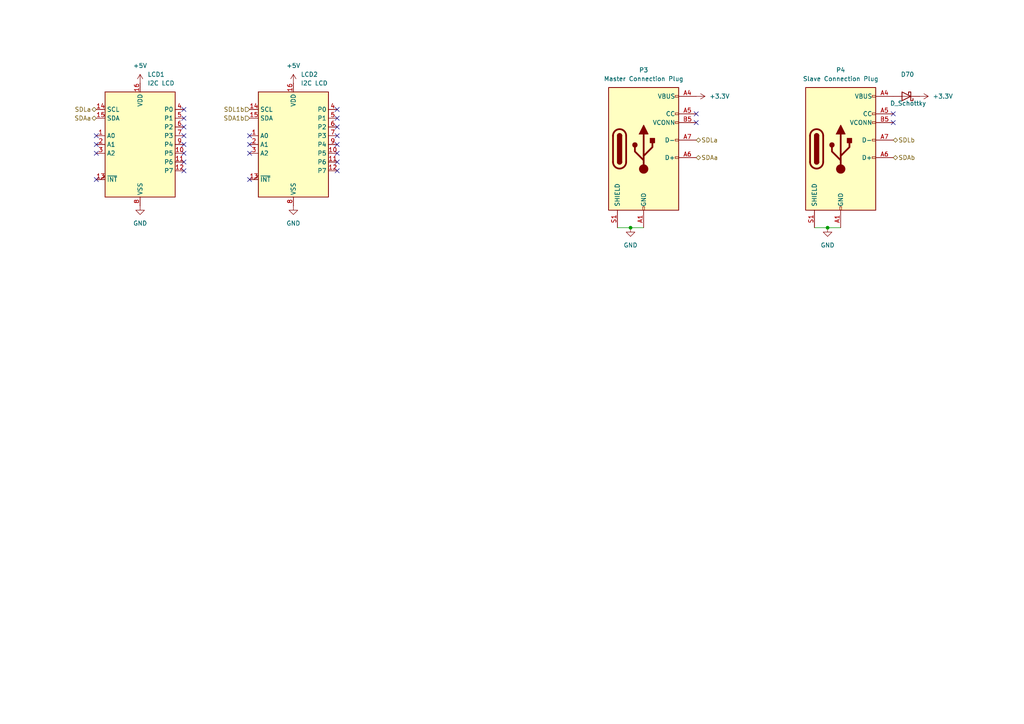
<source format=kicad_sch>
(kicad_sch (version 20250114) (generator "eeschema") (generator_version "9.0")
  (paper "A4")
  (lib_symbols
    (symbol "Connector:USB_C_Plug_USB2.0" (pin_names (offset 1.016))
      (property "Reference" "P" (at -10.16 19.05 0))
      (property "Value" "USB_C_Plug_USB2.0" (at 12.7 19.05 0))
      (symbol "USB_C_Plug_USB2.0_0_0"
        (rectangle (start -0.254 -17.78) (end 0.254 -16.764))
        (rectangle (start 10.16 15.494) (end 9.144 14.986))
        (rectangle (start 10.16 10.414) (end 9.144 9.906))
        (rectangle (start 10.16 7.874) (end 9.144 7.366))
        (rectangle (start 10.16 2.794) (end 9.144 2.286))
        (rectangle (start 10.16 -2.286) (end 9.144 -2.794))
      )
      (symbol "USB_C_Plug_USB2.0_0_1"
        (rectangle (start -10.16 17.78) (end 10.16 -17.78) (stroke (width 0.254)) (fill (type background)))
        (polyline (pts (xy -8.89 -3.81) (xy -8.89 3.81)) (stroke (width 0.508)))
        (rectangle (start -7.62 -3.81) (end -6.35 3.81) (stroke (width 0.254)) (fill (type outline)))
        (arc (start -7.62 3.81) (mid -6.985 4.4423) (end -6.35 3.81) (stroke (width 0.254)))
        (arc (start -7.62 3.81) (mid -6.985 4.4423) (end -6.35 3.81) (stroke (width 0.254)) (fill (type outline)))
        (arc (start -8.89 3.81) (mid -6.985 5.7067) (end -5.08 3.81) (stroke (width 0.508)))
        (arc (start -5.08 -3.81) (mid -6.985 -5.7067) (end -8.89 -3.81) (stroke (width 0.508)))
        (arc (start -6.35 -3.81) (mid -6.985 -4.4423) (end -7.62 -3.81) (stroke (width 0.254)))
        (arc (start -6.35 -3.81) (mid -6.985 -4.4423) (end -7.62 -3.81) (stroke (width 0.254)) (fill (type outline)))
        (polyline (pts (xy -5.08 3.81) (xy -5.08 -3.81)) (stroke (width 0.508)))
        (circle (center -2.54 1.143) (radius 0.635) (stroke (width 0.254)) (fill (type outline)))
        (polyline (pts (xy -1.27 4.318) (xy 0 6.858) (xy 1.27 4.318) (xy -1.27 4.318)) (stroke (width 0.254)) (fill (type outline)))
        (polyline (pts (xy 0 -2.032) (xy 2.54 0.508) (xy 2.54 1.778)) (stroke (width 0.508)))
        (polyline (pts (xy 0 -3.302) (xy -2.54 -0.762) (xy -2.54 0.508)) (stroke (width 0.508)))
        (polyline (pts (xy 0 -5.842) (xy 0 4.318)) (stroke (width 0.508)))
        (circle (center 0 -5.842) (radius 1.27) (fill (type outline)))
        (rectangle (start 1.905 1.778) (end 3.175 3.048) (stroke (width 0.254)) (fill (type outline)))
      )
      (symbol "USB_C_Plug_USB2.0_1_1"
        (pin passive line (at -7.62 -22.86 90) (length 5.08) (name "SHIELD") (number "S1"))
        (pin passive line (at 0 -22.86 90) (length 5.08) (name "GND") (number "A1"))
        (pin passive line (at 0 -22.86 90) (length 5.08) (hide yes) (name "GND") (number "A12"))
        (pin passive line (at 0 -22.86 90) (length 5.08) (hide yes) (name "GND") (number "B1"))
        (pin passive line (at 0 -22.86 90) (length 5.08) (hide yes) (name "GND") (number "B12"))
        (pin passive line (at 15.24 15.24 180) (length 5.08) (name "VBUS") (number "A4"))
        (pin passive line (at 15.24 15.24 180) (length 5.08) (hide yes) (name "VBUS") (number "A9"))
        (pin passive line (at 15.24 15.24 180) (length 5.08) (hide yes) (name "VBUS") (number "B4"))
        (pin passive line (at 15.24 15.24 180) (length 5.08) (hide yes) (name "VBUS") (number "B9"))
        (pin bidirectional line (at 15.24 10.16 180) (length 5.08) (name "CC") (number "A5"))
        (pin bidirectional line (at 15.24 7.62 180) (length 5.08) (name "VCONN") (number "B5"))
        (pin bidirectional line (at 15.24 2.54 180) (length 5.08) (name "D-") (number "A7"))
        (pin bidirectional line (at 15.24 -2.54 180) (length 5.08) (name "D+") (number "A6"))
      )
    )
    (symbol "Device:D_Schottky" (pin_numbers (hide yes)) (pin_names (offset 1.016) (hide yes))
      (property "Reference" "D" (at 0 2.54 0))
      (property "Value" "D_Schottky" (at 0 -2.54 0))
      (symbol "D_Schottky_0_1"
        (polyline (pts (xy -1.905 0.635) (xy -1.905 1.27) (xy -1.27 1.27) (xy -1.27 -1.27) (xy -0.635 -1.27) (xy -0.635 -0.635)) (stroke (width 0.254)))
        (polyline (pts (xy 1.27 1.27) (xy 1.27 -1.27) (xy -1.27 0) (xy 1.27 1.27)) (stroke (width 0.254)))
        (polyline (pts (xy 1.27 0) (xy -1.27 0)))
      )
      (symbol "D_Schottky_1_1"
        (pin passive line (at -3.81 0 0) (length 2.54) (name "K") (number "1"))
        (pin passive line (at 3.81 0 180) (length 2.54) (name "A") (number "2"))
      )
    )
    (symbol "Interface_Expansion:PCF8574"
      (property "Reference" "U" (at -8.89 16.51 0))
      (property "Value" "PCF8574" (at 2.54 16.51 0))
      (symbol "PCF8574_0_1"
        (rectangle (start -10.16 15.24) (end 10.16 -15.24) (stroke (width 0.254)) (fill (type background)))
      )
      (symbol "PCF8574_1_1"
        (pin input line (at -12.7 10.16 0) (length 2.54) (name "SCL") (number "14"))
        (pin bidirectional line (at -12.7 7.62 0) (length 2.54) (name "SDA") (number "15"))
        (pin input line (at -12.7 2.54 0) (length 2.54) (name "A0") (number "1"))
        (pin input line (at -12.7 0 0) (length 2.54) (name "A1") (number "2"))
        (pin input line (at -12.7 -2.54 0) (length 2.54) (name "A2") (number "3"))
        (pin open_collector output_low (at -12.7 -10.16 0) (length 2.54) (name "~{INT}") (number "13"))
        (pin power_in line (at 0 17.78 270) (length 2.54) (name "VDD") (number "16"))
        (pin power_in line (at 0 -17.78 90) (length 2.54) (name "VSS") (number "8"))
        (pin bidirectional line (at 12.7 10.16 180) (length 2.54) (name "P0") (number "4"))
        (pin bidirectional line (at 12.7 7.62 180) (length 2.54) (name "P1") (number "5"))
        (pin bidirectional line (at 12.7 5.08 180) (length 2.54) (name "P2") (number "6"))
        (pin bidirectional line (at 12.7 2.54 180) (length 2.54) (name "P3") (number "7"))
        (pin bidirectional line (at 12.7 0 180) (length 2.54) (name "P4") (number "9"))
        (pin bidirectional line (at 12.7 -2.54 180) (length 2.54) (name "P5") (number "10"))
        (pin bidirectional line (at 12.7 -5.08 180) (length 2.54) (name "P6") (number "11"))
        (pin bidirectional line (at 12.7 -7.62 180) (length 2.54) (name "P7") (number "12"))
      )
    )
    (symbol "power:+3.3V" (power) (pin_numbers (hide yes)) (pin_names (offset 0) (hide yes))
      (property "Value" "+3.3V" (at 0 3.556 0))
      (symbol "+3.3V_0_1"
        (polyline (pts (xy -0.762 1.27) (xy 0 2.54)))
        (polyline (pts (xy 0 2.54) (xy 0.762 1.27)))
        (polyline (pts (xy 0 0) (xy 0 2.54)))
      )
      (symbol "+3.3V_1_1"
        (pin power_in line (at 0 0 90) (length 0) (name "~") (number "1"))
      )
    )
    (symbol "power:+5V" (power) (pin_numbers (hide yes)) (pin_names (offset 0) (hide yes))
      (property "Value" "+5V" (at 0 3.556 0))
      (symbol "+5V_0_1"
        (polyline (pts (xy -0.762 1.27) (xy 0 2.54)))
        (polyline (pts (xy 0 2.54) (xy 0.762 1.27)))
        (polyline (pts (xy 0 0) (xy 0 2.54)))
      )
      (symbol "+5V_1_1"
        (pin power_in line (at 0 0 90) (length 0) (name "~") (number "1"))
      )
    )
    (symbol "power:GND" (power) (pin_numbers (hide yes)) (pin_names (offset 0) (hide yes))
      (property "Value" "GND" (at 0 -3.81 0))
      (symbol "GND_0_1"
        (polyline (pts (xy 0 0) (xy 0 -1.27) (xy 1.27 -1.27) (xy 0 -2.54) (xy -1.27 -1.27) (xy 0 -1.27)))
      )
      (symbol "GND_1_1"
        (pin power_in line (at 0 0 270) (length 0) (name "~") (number "1"))
      )
    )
  )
  (junction (at 182.88 66.04))
  (junction (at 240.03 66.04))
  (no_connect (at 97.79 44.45))
  (no_connect (at 97.79 34.29))
  (no_connect (at 53.34 46.99))
  (no_connect (at 27.94 39.37))
  (no_connect (at 72.39 41.91))
  (no_connect (at 97.79 31.75))
  (no_connect (at 72.39 44.45))
  (no_connect (at 53.34 49.53))
  (no_connect (at 97.79 41.91))
  (no_connect (at 53.34 41.91))
  (no_connect (at 97.79 46.99))
  (no_connect (at 53.34 34.29))
  (no_connect (at 97.79 39.37))
  (no_connect (at 259.08 33.02))
  (no_connect (at 201.93 33.02))
  (no_connect (at 97.79 36.83))
  (no_connect (at 27.94 44.45))
  (no_connect (at 53.34 44.45))
  (no_connect (at 72.39 52.07))
  (no_connect (at 27.94 52.07))
  (no_connect (at 201.93 35.56))
  (no_connect (at 53.34 39.37))
  (no_connect (at 259.08 35.56))
  (no_connect (at 97.79 49.53))
  (no_connect (at 27.94 41.91))
  (no_connect (at 53.34 36.83))
  (no_connect (at 72.39 39.37))
  (no_connect (at 53.34 31.75))
  (wire (pts (xy 182.88 66.04) (xy 186.69 66.04)))
  (wire (pts (xy 179.07 66.04) (xy 182.88 66.04)))
  (wire (pts (xy 236.22 66.04) (xy 240.03 66.04)))
  (wire (pts (xy 240.03 66.04) (xy 243.84 66.04)))
  (hierarchical_label "SDL1b" (shape input) (at 72.39 31.75 180))
  (hierarchical_label "SDAa" (shape bidirectional) (at 27.94 34.29 180))
  (hierarchical_label "SDLa" (shape bidirectional) (at 27.94 31.75 180))
  (hierarchical_label "SDLa" (shape bidirectional) (at 201.93 40.64 0))
  (hierarchical_label "SDLb" (shape bidirectional) (at 259.08 40.64 0))
  (hierarchical_label "SDA1b" (shape input) (at 72.39 34.29 180))
  (hierarchical_label "SDAb" (shape bidirectional) (at 259.08 45.72 0))
  (hierarchical_label "SDAa" (shape bidirectional) (at 201.93 45.72 0))
  (symbol (lib_id "power:+5V") (at 40.64 24.13 0) (unit 1)
    (property "Reference" "#PWR017" (effects (hide yes)))
    (property "Value" "+5V" (at 40.64 19.05 0))
    (property "Description" "Power symbol creates a global label with name \"+5V\"" (effects (hide yes)))
  )
  (symbol (lib_id "power:GND") (at 240.03 66.04 0) (unit 1)
    (property "Reference" "#PWR024" (effects (hide yes)))
    (property "Value" "GND" (at 240.03 71.12 0))
    (property "Description" "Power symbol creates a global label with name \"GND\" , ground" (effects (hide yes)))
  )
  (symbol (lib_id "power:+3.3V") (at 266.7 27.94 270) (unit 1)
    (property "Reference" "#PWR020" (effects (hide yes)))
    (property "Value" "+3.3V" (at 270.51 27.9399 90) (effects (justify left)))
    (property "Description" "Power symbol creates a global label with name \"+3.3V\"" (effects (hide yes)))
  )
  (symbol (lib_id "Interface_Expansion:PCF8574") (at 85.09 41.91 0) (unit 1)
    (property "Reference" "LCD2" (at 87.2333 21.59 0) (effects (justify left)))
    (property "Value" "I2C LCD" (at 87.2333 24.13 0) (effects (justify left)))
    (property "Footprint" "LCD:MODULE_358" (effects (hide yes)))
  )
  (symbol (lib_id "Connector:USB_C_Plug_USB2.0") (at 186.69 43.18 0) (unit 1)
    (property "Reference" "P3" (at 186.69 20.32 0))
    (property "Value" "Master Connection Plug" (at 186.69 22.86 0))
    (property "Footprint" "Custom Lib:USB_C_Receptacle_GCT_USB4110" (effects (hide yes)))
    (property "Datasheet" "https://www.usb.org/sites/default/files/documents/usb_type-c.zip" (effects (hide yes)))
    (property "Description" "USB 2.0-only Type-C Plug connector" (effects (hide yes)))
  )
  (symbol (lib_id "power:GND") (at 85.09 59.69 0) (unit 1)
    (property "Reference" "#PWR022" (effects (hide yes)))
    (property "Value" "GND" (at 85.09 64.77 0))
    (property "Description" "Power symbol creates a global label with name \"GND\" , ground" (effects (hide yes)))
  )
  (symbol (lib_id "Interface_Expansion:PCF8574") (at 40.64 41.91 0) (unit 1)
    (property "Reference" "LCD1" (at 42.7833 21.59 0) (effects (justify left)))
    (property "Value" "I2C LCD" (at 42.7833 24.13 0) (effects (justify left)))
    (property "Footprint" "LCD:MODULE_358" (effects (hide yes)))
  )
  (symbol (lib_id "Connector:USB_C_Plug_USB2.0") (at 243.84 43.18 0) (unit 1)
    (property "Reference" "P4" (at 243.84 20.32 0))
    (property "Value" "Slave Connection Plug" (at 243.84 22.86 0))
    (property "Footprint" "Custom Lib:USB_C_Receptacle_GCT_USB4110" (effects (hide yes)))
    (property "Datasheet" "https://www.usb.org/sites/default/files/documents/usb_type-c.zip" (effects (hide yes)))
    (property "Description" "USB 2.0-only Type-C Plug connector" (effects (hide yes)))
  )
  (symbol (lib_id "power:GND") (at 40.64 59.69 0) (unit 1)
    (property "Reference" "#PWR021" (effects (hide yes)))
    (property "Value" "GND" (at 40.64 64.77 0))
    (property "Description" "Power symbol creates a global label with name \"GND\" , ground" (effects (hide yes)))
  )
  (symbol (lib_id "power:GND") (at 182.88 66.04 0) (unit 1)
    (property "Reference" "#PWR023" (effects (hide yes)))
    (property "Value" "GND" (at 182.88 71.12 0))
    (property "Description" "Power symbol creates a global label with name \"GND\" , ground" (effects (hide yes)))
  )
  (symbol (lib_id "Device:D_Schottky") (at 262.89 27.94 180) (unit 1)
    (property "Reference" "D70" (at 263.2075 21.59 0))
    (property "Value" "D_Schottky" (at 263.398 29.972 0))
    (property "Footprint" "PCM_JLCPCB:D_SOT-23" (effects (hide yes)))
    (property "Datasheet" "https://diotec.com/request/datasheet/bat54.pdf" (effects (hide yes)))
    (property "Description" "BAT54" (effects (hide yes)))
  )
  (symbol (lib_id "power:+5V") (at 85.09 24.13 0) (unit 1)
    (property "Reference" "#PWR018" (effects (hide yes)))
    (property "Value" "+5V" (at 85.09 19.05 0))
    (property "Description" "Power symbol creates a global label with name \"+5V\"" (effects (hide yes)))
  )
  (symbol (lib_id "power:+3.3V") (at 201.93 27.94 270) (unit 1)
    (property "Reference" "#PWR019" (effects (hide yes)))
    (property "Value" "+3.3V" (at 205.74 27.9399 90) (effects (justify left)))
    (property "Description" "Power symbol creates a global label with name \"+3.3V\"" (effects (hide yes)))
  )
)
</source>
